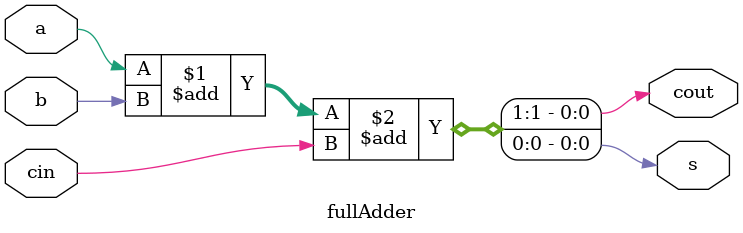
<source format=v>
`timescale 1ns / 1ps


module fullAdder(
    output cout,
    output s,
    input a,
    input b,
    input cin
    );
    assign {cout,s} = a + b + cin;
    /*
    reg cout,s;
    always @(a or b or cin) begin
        s <= (a^b) ^ cin;
        cout <= (a&b) | ((a^b)&cin);
    end
    */
endmodule

</source>
